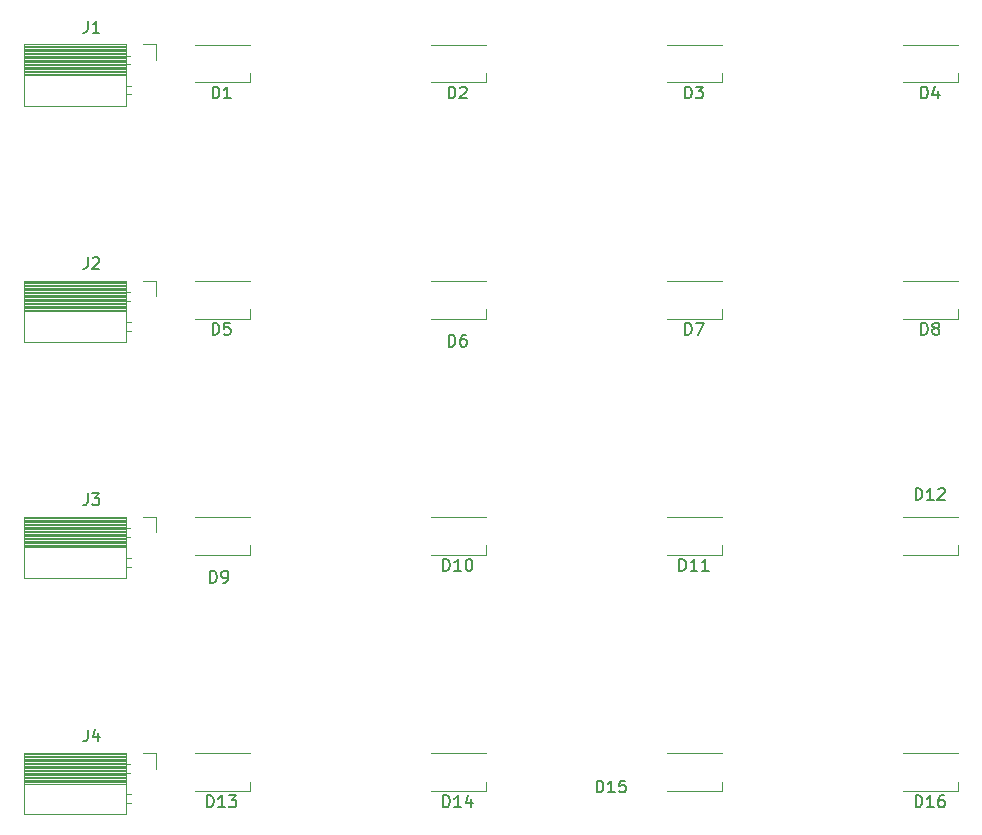
<source format=gbr>
%TF.GenerationSoftware,KiCad,Pcbnew,7.0.6*%
%TF.CreationDate,2023-11-20T17:26:12+00:00*%
%TF.ProjectId,green_led_pcb,67726565-6e5f-46c6-9564-5f7063622e6b,rev?*%
%TF.SameCoordinates,Original*%
%TF.FileFunction,Legend,Top*%
%TF.FilePolarity,Positive*%
%FSLAX46Y46*%
G04 Gerber Fmt 4.6, Leading zero omitted, Abs format (unit mm)*
G04 Created by KiCad (PCBNEW 7.0.6) date 2023-11-20 17:26:12*
%MOMM*%
%LPD*%
G01*
G04 APERTURE LIST*
%ADD10C,0.150000*%
%ADD11C,0.120000*%
%ADD12R,1.700000X1.700000*%
%ADD13O,1.700000X1.700000*%
%ADD14R,1.500000X2.600000*%
G04 APERTURE END LIST*
D10*
X-91313334Y-63384819D02*
X-91313334Y-64099104D01*
X-91313334Y-64099104D02*
X-91360953Y-64241961D01*
X-91360953Y-64241961D02*
X-91456191Y-64337200D01*
X-91456191Y-64337200D02*
X-91599048Y-64384819D01*
X-91599048Y-64384819D02*
X-91694286Y-64384819D01*
X-90408572Y-63718152D02*
X-90408572Y-64384819D01*
X-90646667Y-63337200D02*
X-90884762Y-64051485D01*
X-90884762Y-64051485D02*
X-90265715Y-64051485D01*
X-91313334Y-43384819D02*
X-91313334Y-44099104D01*
X-91313334Y-44099104D02*
X-91360953Y-44241961D01*
X-91360953Y-44241961D02*
X-91456191Y-44337200D01*
X-91456191Y-44337200D02*
X-91599048Y-44384819D01*
X-91599048Y-44384819D02*
X-91694286Y-44384819D01*
X-90932381Y-43384819D02*
X-90313334Y-43384819D01*
X-90313334Y-43384819D02*
X-90646667Y-43765771D01*
X-90646667Y-43765771D02*
X-90503810Y-43765771D01*
X-90503810Y-43765771D02*
X-90408572Y-43813390D01*
X-90408572Y-43813390D02*
X-90360953Y-43861009D01*
X-90360953Y-43861009D02*
X-90313334Y-43956247D01*
X-90313334Y-43956247D02*
X-90313334Y-44194342D01*
X-90313334Y-44194342D02*
X-90360953Y-44289580D01*
X-90360953Y-44289580D02*
X-90408572Y-44337200D01*
X-90408572Y-44337200D02*
X-90503810Y-44384819D01*
X-90503810Y-44384819D02*
X-90789524Y-44384819D01*
X-90789524Y-44384819D02*
X-90884762Y-44337200D01*
X-90884762Y-44337200D02*
X-90932381Y-44289580D01*
X-91313334Y-23384819D02*
X-91313334Y-24099104D01*
X-91313334Y-24099104D02*
X-91360953Y-24241961D01*
X-91360953Y-24241961D02*
X-91456191Y-24337200D01*
X-91456191Y-24337200D02*
X-91599048Y-24384819D01*
X-91599048Y-24384819D02*
X-91694286Y-24384819D01*
X-90884762Y-23480057D02*
X-90837143Y-23432438D01*
X-90837143Y-23432438D02*
X-90741905Y-23384819D01*
X-90741905Y-23384819D02*
X-90503810Y-23384819D01*
X-90503810Y-23384819D02*
X-90408572Y-23432438D01*
X-90408572Y-23432438D02*
X-90360953Y-23480057D01*
X-90360953Y-23480057D02*
X-90313334Y-23575295D01*
X-90313334Y-23575295D02*
X-90313334Y-23670533D01*
X-90313334Y-23670533D02*
X-90360953Y-23813390D01*
X-90360953Y-23813390D02*
X-90932381Y-24384819D01*
X-90932381Y-24384819D02*
X-90313334Y-24384819D01*
X-21214286Y-69954819D02*
X-21214286Y-68954819D01*
X-21214286Y-68954819D02*
X-20976191Y-68954819D01*
X-20976191Y-68954819D02*
X-20833334Y-69002438D01*
X-20833334Y-69002438D02*
X-20738096Y-69097676D01*
X-20738096Y-69097676D02*
X-20690477Y-69192914D01*
X-20690477Y-69192914D02*
X-20642858Y-69383390D01*
X-20642858Y-69383390D02*
X-20642858Y-69526247D01*
X-20642858Y-69526247D02*
X-20690477Y-69716723D01*
X-20690477Y-69716723D02*
X-20738096Y-69811961D01*
X-20738096Y-69811961D02*
X-20833334Y-69907200D01*
X-20833334Y-69907200D02*
X-20976191Y-69954819D01*
X-20976191Y-69954819D02*
X-21214286Y-69954819D01*
X-19690477Y-69954819D02*
X-20261905Y-69954819D01*
X-19976191Y-69954819D02*
X-19976191Y-68954819D01*
X-19976191Y-68954819D02*
X-20071429Y-69097676D01*
X-20071429Y-69097676D02*
X-20166667Y-69192914D01*
X-20166667Y-69192914D02*
X-20261905Y-69240533D01*
X-18833334Y-68954819D02*
X-19023810Y-68954819D01*
X-19023810Y-68954819D02*
X-19119048Y-69002438D01*
X-19119048Y-69002438D02*
X-19166667Y-69050057D01*
X-19166667Y-69050057D02*
X-19261905Y-69192914D01*
X-19261905Y-69192914D02*
X-19309524Y-69383390D01*
X-19309524Y-69383390D02*
X-19309524Y-69764342D01*
X-19309524Y-69764342D02*
X-19261905Y-69859580D01*
X-19261905Y-69859580D02*
X-19214286Y-69907200D01*
X-19214286Y-69907200D02*
X-19119048Y-69954819D01*
X-19119048Y-69954819D02*
X-18928572Y-69954819D01*
X-18928572Y-69954819D02*
X-18833334Y-69907200D01*
X-18833334Y-69907200D02*
X-18785715Y-69859580D01*
X-18785715Y-69859580D02*
X-18738096Y-69764342D01*
X-18738096Y-69764342D02*
X-18738096Y-69526247D01*
X-18738096Y-69526247D02*
X-18785715Y-69431009D01*
X-18785715Y-69431009D02*
X-18833334Y-69383390D01*
X-18833334Y-69383390D02*
X-18928572Y-69335771D01*
X-18928572Y-69335771D02*
X-19119048Y-69335771D01*
X-19119048Y-69335771D02*
X-19214286Y-69383390D01*
X-19214286Y-69383390D02*
X-19261905Y-69431009D01*
X-19261905Y-69431009D02*
X-19309524Y-69526247D01*
X-48214286Y-68704819D02*
X-48214286Y-67704819D01*
X-48214286Y-67704819D02*
X-47976191Y-67704819D01*
X-47976191Y-67704819D02*
X-47833334Y-67752438D01*
X-47833334Y-67752438D02*
X-47738096Y-67847676D01*
X-47738096Y-67847676D02*
X-47690477Y-67942914D01*
X-47690477Y-67942914D02*
X-47642858Y-68133390D01*
X-47642858Y-68133390D02*
X-47642858Y-68276247D01*
X-47642858Y-68276247D02*
X-47690477Y-68466723D01*
X-47690477Y-68466723D02*
X-47738096Y-68561961D01*
X-47738096Y-68561961D02*
X-47833334Y-68657200D01*
X-47833334Y-68657200D02*
X-47976191Y-68704819D01*
X-47976191Y-68704819D02*
X-48214286Y-68704819D01*
X-46690477Y-68704819D02*
X-47261905Y-68704819D01*
X-46976191Y-68704819D02*
X-46976191Y-67704819D01*
X-46976191Y-67704819D02*
X-47071429Y-67847676D01*
X-47071429Y-67847676D02*
X-47166667Y-67942914D01*
X-47166667Y-67942914D02*
X-47261905Y-67990533D01*
X-45785715Y-67704819D02*
X-46261905Y-67704819D01*
X-46261905Y-67704819D02*
X-46309524Y-68181009D01*
X-46309524Y-68181009D02*
X-46261905Y-68133390D01*
X-46261905Y-68133390D02*
X-46166667Y-68085771D01*
X-46166667Y-68085771D02*
X-45928572Y-68085771D01*
X-45928572Y-68085771D02*
X-45833334Y-68133390D01*
X-45833334Y-68133390D02*
X-45785715Y-68181009D01*
X-45785715Y-68181009D02*
X-45738096Y-68276247D01*
X-45738096Y-68276247D02*
X-45738096Y-68514342D01*
X-45738096Y-68514342D02*
X-45785715Y-68609580D01*
X-45785715Y-68609580D02*
X-45833334Y-68657200D01*
X-45833334Y-68657200D02*
X-45928572Y-68704819D01*
X-45928572Y-68704819D02*
X-46166667Y-68704819D01*
X-46166667Y-68704819D02*
X-46261905Y-68657200D01*
X-46261905Y-68657200D02*
X-46309524Y-68609580D01*
X-61214286Y-69954819D02*
X-61214286Y-68954819D01*
X-61214286Y-68954819D02*
X-60976191Y-68954819D01*
X-60976191Y-68954819D02*
X-60833334Y-69002438D01*
X-60833334Y-69002438D02*
X-60738096Y-69097676D01*
X-60738096Y-69097676D02*
X-60690477Y-69192914D01*
X-60690477Y-69192914D02*
X-60642858Y-69383390D01*
X-60642858Y-69383390D02*
X-60642858Y-69526247D01*
X-60642858Y-69526247D02*
X-60690477Y-69716723D01*
X-60690477Y-69716723D02*
X-60738096Y-69811961D01*
X-60738096Y-69811961D02*
X-60833334Y-69907200D01*
X-60833334Y-69907200D02*
X-60976191Y-69954819D01*
X-60976191Y-69954819D02*
X-61214286Y-69954819D01*
X-59690477Y-69954819D02*
X-60261905Y-69954819D01*
X-59976191Y-69954819D02*
X-59976191Y-68954819D01*
X-59976191Y-68954819D02*
X-60071429Y-69097676D01*
X-60071429Y-69097676D02*
X-60166667Y-69192914D01*
X-60166667Y-69192914D02*
X-60261905Y-69240533D01*
X-58833334Y-69288152D02*
X-58833334Y-69954819D01*
X-59071429Y-68907200D02*
X-59309524Y-69621485D01*
X-59309524Y-69621485D02*
X-58690477Y-69621485D01*
X-81214286Y-69954819D02*
X-81214286Y-68954819D01*
X-81214286Y-68954819D02*
X-80976191Y-68954819D01*
X-80976191Y-68954819D02*
X-80833334Y-69002438D01*
X-80833334Y-69002438D02*
X-80738096Y-69097676D01*
X-80738096Y-69097676D02*
X-80690477Y-69192914D01*
X-80690477Y-69192914D02*
X-80642858Y-69383390D01*
X-80642858Y-69383390D02*
X-80642858Y-69526247D01*
X-80642858Y-69526247D02*
X-80690477Y-69716723D01*
X-80690477Y-69716723D02*
X-80738096Y-69811961D01*
X-80738096Y-69811961D02*
X-80833334Y-69907200D01*
X-80833334Y-69907200D02*
X-80976191Y-69954819D01*
X-80976191Y-69954819D02*
X-81214286Y-69954819D01*
X-79690477Y-69954819D02*
X-80261905Y-69954819D01*
X-79976191Y-69954819D02*
X-79976191Y-68954819D01*
X-79976191Y-68954819D02*
X-80071429Y-69097676D01*
X-80071429Y-69097676D02*
X-80166667Y-69192914D01*
X-80166667Y-69192914D02*
X-80261905Y-69240533D01*
X-79357143Y-68954819D02*
X-78738096Y-68954819D01*
X-78738096Y-68954819D02*
X-79071429Y-69335771D01*
X-79071429Y-69335771D02*
X-78928572Y-69335771D01*
X-78928572Y-69335771D02*
X-78833334Y-69383390D01*
X-78833334Y-69383390D02*
X-78785715Y-69431009D01*
X-78785715Y-69431009D02*
X-78738096Y-69526247D01*
X-78738096Y-69526247D02*
X-78738096Y-69764342D01*
X-78738096Y-69764342D02*
X-78785715Y-69859580D01*
X-78785715Y-69859580D02*
X-78833334Y-69907200D01*
X-78833334Y-69907200D02*
X-78928572Y-69954819D01*
X-78928572Y-69954819D02*
X-79214286Y-69954819D01*
X-79214286Y-69954819D02*
X-79309524Y-69907200D01*
X-79309524Y-69907200D02*
X-79357143Y-69859580D01*
X-21214286Y-43954819D02*
X-21214286Y-42954819D01*
X-21214286Y-42954819D02*
X-20976191Y-42954819D01*
X-20976191Y-42954819D02*
X-20833334Y-43002438D01*
X-20833334Y-43002438D02*
X-20738096Y-43097676D01*
X-20738096Y-43097676D02*
X-20690477Y-43192914D01*
X-20690477Y-43192914D02*
X-20642858Y-43383390D01*
X-20642858Y-43383390D02*
X-20642858Y-43526247D01*
X-20642858Y-43526247D02*
X-20690477Y-43716723D01*
X-20690477Y-43716723D02*
X-20738096Y-43811961D01*
X-20738096Y-43811961D02*
X-20833334Y-43907200D01*
X-20833334Y-43907200D02*
X-20976191Y-43954819D01*
X-20976191Y-43954819D02*
X-21214286Y-43954819D01*
X-19690477Y-43954819D02*
X-20261905Y-43954819D01*
X-19976191Y-43954819D02*
X-19976191Y-42954819D01*
X-19976191Y-42954819D02*
X-20071429Y-43097676D01*
X-20071429Y-43097676D02*
X-20166667Y-43192914D01*
X-20166667Y-43192914D02*
X-20261905Y-43240533D01*
X-19309524Y-43050057D02*
X-19261905Y-43002438D01*
X-19261905Y-43002438D02*
X-19166667Y-42954819D01*
X-19166667Y-42954819D02*
X-18928572Y-42954819D01*
X-18928572Y-42954819D02*
X-18833334Y-43002438D01*
X-18833334Y-43002438D02*
X-18785715Y-43050057D01*
X-18785715Y-43050057D02*
X-18738096Y-43145295D01*
X-18738096Y-43145295D02*
X-18738096Y-43240533D01*
X-18738096Y-43240533D02*
X-18785715Y-43383390D01*
X-18785715Y-43383390D02*
X-19357143Y-43954819D01*
X-19357143Y-43954819D02*
X-18738096Y-43954819D01*
X-41214286Y-49954819D02*
X-41214286Y-48954819D01*
X-41214286Y-48954819D02*
X-40976191Y-48954819D01*
X-40976191Y-48954819D02*
X-40833334Y-49002438D01*
X-40833334Y-49002438D02*
X-40738096Y-49097676D01*
X-40738096Y-49097676D02*
X-40690477Y-49192914D01*
X-40690477Y-49192914D02*
X-40642858Y-49383390D01*
X-40642858Y-49383390D02*
X-40642858Y-49526247D01*
X-40642858Y-49526247D02*
X-40690477Y-49716723D01*
X-40690477Y-49716723D02*
X-40738096Y-49811961D01*
X-40738096Y-49811961D02*
X-40833334Y-49907200D01*
X-40833334Y-49907200D02*
X-40976191Y-49954819D01*
X-40976191Y-49954819D02*
X-41214286Y-49954819D01*
X-39690477Y-49954819D02*
X-40261905Y-49954819D01*
X-39976191Y-49954819D02*
X-39976191Y-48954819D01*
X-39976191Y-48954819D02*
X-40071429Y-49097676D01*
X-40071429Y-49097676D02*
X-40166667Y-49192914D01*
X-40166667Y-49192914D02*
X-40261905Y-49240533D01*
X-38738096Y-49954819D02*
X-39309524Y-49954819D01*
X-39023810Y-49954819D02*
X-39023810Y-48954819D01*
X-39023810Y-48954819D02*
X-39119048Y-49097676D01*
X-39119048Y-49097676D02*
X-39214286Y-49192914D01*
X-39214286Y-49192914D02*
X-39309524Y-49240533D01*
X-61214286Y-49954819D02*
X-61214286Y-48954819D01*
X-61214286Y-48954819D02*
X-60976191Y-48954819D01*
X-60976191Y-48954819D02*
X-60833334Y-49002438D01*
X-60833334Y-49002438D02*
X-60738096Y-49097676D01*
X-60738096Y-49097676D02*
X-60690477Y-49192914D01*
X-60690477Y-49192914D02*
X-60642858Y-49383390D01*
X-60642858Y-49383390D02*
X-60642858Y-49526247D01*
X-60642858Y-49526247D02*
X-60690477Y-49716723D01*
X-60690477Y-49716723D02*
X-60738096Y-49811961D01*
X-60738096Y-49811961D02*
X-60833334Y-49907200D01*
X-60833334Y-49907200D02*
X-60976191Y-49954819D01*
X-60976191Y-49954819D02*
X-61214286Y-49954819D01*
X-59690477Y-49954819D02*
X-60261905Y-49954819D01*
X-59976191Y-49954819D02*
X-59976191Y-48954819D01*
X-59976191Y-48954819D02*
X-60071429Y-49097676D01*
X-60071429Y-49097676D02*
X-60166667Y-49192914D01*
X-60166667Y-49192914D02*
X-60261905Y-49240533D01*
X-59071429Y-48954819D02*
X-58976191Y-48954819D01*
X-58976191Y-48954819D02*
X-58880953Y-49002438D01*
X-58880953Y-49002438D02*
X-58833334Y-49050057D01*
X-58833334Y-49050057D02*
X-58785715Y-49145295D01*
X-58785715Y-49145295D02*
X-58738096Y-49335771D01*
X-58738096Y-49335771D02*
X-58738096Y-49573866D01*
X-58738096Y-49573866D02*
X-58785715Y-49764342D01*
X-58785715Y-49764342D02*
X-58833334Y-49859580D01*
X-58833334Y-49859580D02*
X-58880953Y-49907200D01*
X-58880953Y-49907200D02*
X-58976191Y-49954819D01*
X-58976191Y-49954819D02*
X-59071429Y-49954819D01*
X-59071429Y-49954819D02*
X-59166667Y-49907200D01*
X-59166667Y-49907200D02*
X-59214286Y-49859580D01*
X-59214286Y-49859580D02*
X-59261905Y-49764342D01*
X-59261905Y-49764342D02*
X-59309524Y-49573866D01*
X-59309524Y-49573866D02*
X-59309524Y-49335771D01*
X-59309524Y-49335771D02*
X-59261905Y-49145295D01*
X-59261905Y-49145295D02*
X-59214286Y-49050057D01*
X-59214286Y-49050057D02*
X-59166667Y-49002438D01*
X-59166667Y-49002438D02*
X-59071429Y-48954819D01*
X-80938095Y-50954819D02*
X-80938095Y-49954819D01*
X-80938095Y-49954819D02*
X-80700000Y-49954819D01*
X-80700000Y-49954819D02*
X-80557143Y-50002438D01*
X-80557143Y-50002438D02*
X-80461905Y-50097676D01*
X-80461905Y-50097676D02*
X-80414286Y-50192914D01*
X-80414286Y-50192914D02*
X-80366667Y-50383390D01*
X-80366667Y-50383390D02*
X-80366667Y-50526247D01*
X-80366667Y-50526247D02*
X-80414286Y-50716723D01*
X-80414286Y-50716723D02*
X-80461905Y-50811961D01*
X-80461905Y-50811961D02*
X-80557143Y-50907200D01*
X-80557143Y-50907200D02*
X-80700000Y-50954819D01*
X-80700000Y-50954819D02*
X-80938095Y-50954819D01*
X-79890476Y-50954819D02*
X-79700000Y-50954819D01*
X-79700000Y-50954819D02*
X-79604762Y-50907200D01*
X-79604762Y-50907200D02*
X-79557143Y-50859580D01*
X-79557143Y-50859580D02*
X-79461905Y-50716723D01*
X-79461905Y-50716723D02*
X-79414286Y-50526247D01*
X-79414286Y-50526247D02*
X-79414286Y-50145295D01*
X-79414286Y-50145295D02*
X-79461905Y-50050057D01*
X-79461905Y-50050057D02*
X-79509524Y-50002438D01*
X-79509524Y-50002438D02*
X-79604762Y-49954819D01*
X-79604762Y-49954819D02*
X-79795238Y-49954819D01*
X-79795238Y-49954819D02*
X-79890476Y-50002438D01*
X-79890476Y-50002438D02*
X-79938095Y-50050057D01*
X-79938095Y-50050057D02*
X-79985714Y-50145295D01*
X-79985714Y-50145295D02*
X-79985714Y-50383390D01*
X-79985714Y-50383390D02*
X-79938095Y-50478628D01*
X-79938095Y-50478628D02*
X-79890476Y-50526247D01*
X-79890476Y-50526247D02*
X-79795238Y-50573866D01*
X-79795238Y-50573866D02*
X-79604762Y-50573866D01*
X-79604762Y-50573866D02*
X-79509524Y-50526247D01*
X-79509524Y-50526247D02*
X-79461905Y-50478628D01*
X-79461905Y-50478628D02*
X-79414286Y-50383390D01*
X-20738095Y-29954819D02*
X-20738095Y-28954819D01*
X-20738095Y-28954819D02*
X-20500000Y-28954819D01*
X-20500000Y-28954819D02*
X-20357143Y-29002438D01*
X-20357143Y-29002438D02*
X-20261905Y-29097676D01*
X-20261905Y-29097676D02*
X-20214286Y-29192914D01*
X-20214286Y-29192914D02*
X-20166667Y-29383390D01*
X-20166667Y-29383390D02*
X-20166667Y-29526247D01*
X-20166667Y-29526247D02*
X-20214286Y-29716723D01*
X-20214286Y-29716723D02*
X-20261905Y-29811961D01*
X-20261905Y-29811961D02*
X-20357143Y-29907200D01*
X-20357143Y-29907200D02*
X-20500000Y-29954819D01*
X-20500000Y-29954819D02*
X-20738095Y-29954819D01*
X-19595238Y-29383390D02*
X-19690476Y-29335771D01*
X-19690476Y-29335771D02*
X-19738095Y-29288152D01*
X-19738095Y-29288152D02*
X-19785714Y-29192914D01*
X-19785714Y-29192914D02*
X-19785714Y-29145295D01*
X-19785714Y-29145295D02*
X-19738095Y-29050057D01*
X-19738095Y-29050057D02*
X-19690476Y-29002438D01*
X-19690476Y-29002438D02*
X-19595238Y-28954819D01*
X-19595238Y-28954819D02*
X-19404762Y-28954819D01*
X-19404762Y-28954819D02*
X-19309524Y-29002438D01*
X-19309524Y-29002438D02*
X-19261905Y-29050057D01*
X-19261905Y-29050057D02*
X-19214286Y-29145295D01*
X-19214286Y-29145295D02*
X-19214286Y-29192914D01*
X-19214286Y-29192914D02*
X-19261905Y-29288152D01*
X-19261905Y-29288152D02*
X-19309524Y-29335771D01*
X-19309524Y-29335771D02*
X-19404762Y-29383390D01*
X-19404762Y-29383390D02*
X-19595238Y-29383390D01*
X-19595238Y-29383390D02*
X-19690476Y-29431009D01*
X-19690476Y-29431009D02*
X-19738095Y-29478628D01*
X-19738095Y-29478628D02*
X-19785714Y-29573866D01*
X-19785714Y-29573866D02*
X-19785714Y-29764342D01*
X-19785714Y-29764342D02*
X-19738095Y-29859580D01*
X-19738095Y-29859580D02*
X-19690476Y-29907200D01*
X-19690476Y-29907200D02*
X-19595238Y-29954819D01*
X-19595238Y-29954819D02*
X-19404762Y-29954819D01*
X-19404762Y-29954819D02*
X-19309524Y-29907200D01*
X-19309524Y-29907200D02*
X-19261905Y-29859580D01*
X-19261905Y-29859580D02*
X-19214286Y-29764342D01*
X-19214286Y-29764342D02*
X-19214286Y-29573866D01*
X-19214286Y-29573866D02*
X-19261905Y-29478628D01*
X-19261905Y-29478628D02*
X-19309524Y-29431009D01*
X-19309524Y-29431009D02*
X-19404762Y-29383390D01*
X-40738095Y-29954819D02*
X-40738095Y-28954819D01*
X-40738095Y-28954819D02*
X-40500000Y-28954819D01*
X-40500000Y-28954819D02*
X-40357143Y-29002438D01*
X-40357143Y-29002438D02*
X-40261905Y-29097676D01*
X-40261905Y-29097676D02*
X-40214286Y-29192914D01*
X-40214286Y-29192914D02*
X-40166667Y-29383390D01*
X-40166667Y-29383390D02*
X-40166667Y-29526247D01*
X-40166667Y-29526247D02*
X-40214286Y-29716723D01*
X-40214286Y-29716723D02*
X-40261905Y-29811961D01*
X-40261905Y-29811961D02*
X-40357143Y-29907200D01*
X-40357143Y-29907200D02*
X-40500000Y-29954819D01*
X-40500000Y-29954819D02*
X-40738095Y-29954819D01*
X-39833333Y-28954819D02*
X-39166667Y-28954819D01*
X-39166667Y-28954819D02*
X-39595238Y-29954819D01*
X-60738095Y-30954819D02*
X-60738095Y-29954819D01*
X-60738095Y-29954819D02*
X-60500000Y-29954819D01*
X-60500000Y-29954819D02*
X-60357143Y-30002438D01*
X-60357143Y-30002438D02*
X-60261905Y-30097676D01*
X-60261905Y-30097676D02*
X-60214286Y-30192914D01*
X-60214286Y-30192914D02*
X-60166667Y-30383390D01*
X-60166667Y-30383390D02*
X-60166667Y-30526247D01*
X-60166667Y-30526247D02*
X-60214286Y-30716723D01*
X-60214286Y-30716723D02*
X-60261905Y-30811961D01*
X-60261905Y-30811961D02*
X-60357143Y-30907200D01*
X-60357143Y-30907200D02*
X-60500000Y-30954819D01*
X-60500000Y-30954819D02*
X-60738095Y-30954819D01*
X-59309524Y-29954819D02*
X-59500000Y-29954819D01*
X-59500000Y-29954819D02*
X-59595238Y-30002438D01*
X-59595238Y-30002438D02*
X-59642857Y-30050057D01*
X-59642857Y-30050057D02*
X-59738095Y-30192914D01*
X-59738095Y-30192914D02*
X-59785714Y-30383390D01*
X-59785714Y-30383390D02*
X-59785714Y-30764342D01*
X-59785714Y-30764342D02*
X-59738095Y-30859580D01*
X-59738095Y-30859580D02*
X-59690476Y-30907200D01*
X-59690476Y-30907200D02*
X-59595238Y-30954819D01*
X-59595238Y-30954819D02*
X-59404762Y-30954819D01*
X-59404762Y-30954819D02*
X-59309524Y-30907200D01*
X-59309524Y-30907200D02*
X-59261905Y-30859580D01*
X-59261905Y-30859580D02*
X-59214286Y-30764342D01*
X-59214286Y-30764342D02*
X-59214286Y-30526247D01*
X-59214286Y-30526247D02*
X-59261905Y-30431009D01*
X-59261905Y-30431009D02*
X-59309524Y-30383390D01*
X-59309524Y-30383390D02*
X-59404762Y-30335771D01*
X-59404762Y-30335771D02*
X-59595238Y-30335771D01*
X-59595238Y-30335771D02*
X-59690476Y-30383390D01*
X-59690476Y-30383390D02*
X-59738095Y-30431009D01*
X-59738095Y-30431009D02*
X-59785714Y-30526247D01*
X-80738095Y-29954819D02*
X-80738095Y-28954819D01*
X-80738095Y-28954819D02*
X-80500000Y-28954819D01*
X-80500000Y-28954819D02*
X-80357143Y-29002438D01*
X-80357143Y-29002438D02*
X-80261905Y-29097676D01*
X-80261905Y-29097676D02*
X-80214286Y-29192914D01*
X-80214286Y-29192914D02*
X-80166667Y-29383390D01*
X-80166667Y-29383390D02*
X-80166667Y-29526247D01*
X-80166667Y-29526247D02*
X-80214286Y-29716723D01*
X-80214286Y-29716723D02*
X-80261905Y-29811961D01*
X-80261905Y-29811961D02*
X-80357143Y-29907200D01*
X-80357143Y-29907200D02*
X-80500000Y-29954819D01*
X-80500000Y-29954819D02*
X-80738095Y-29954819D01*
X-79261905Y-28954819D02*
X-79738095Y-28954819D01*
X-79738095Y-28954819D02*
X-79785714Y-29431009D01*
X-79785714Y-29431009D02*
X-79738095Y-29383390D01*
X-79738095Y-29383390D02*
X-79642857Y-29335771D01*
X-79642857Y-29335771D02*
X-79404762Y-29335771D01*
X-79404762Y-29335771D02*
X-79309524Y-29383390D01*
X-79309524Y-29383390D02*
X-79261905Y-29431009D01*
X-79261905Y-29431009D02*
X-79214286Y-29526247D01*
X-79214286Y-29526247D02*
X-79214286Y-29764342D01*
X-79214286Y-29764342D02*
X-79261905Y-29859580D01*
X-79261905Y-29859580D02*
X-79309524Y-29907200D01*
X-79309524Y-29907200D02*
X-79404762Y-29954819D01*
X-79404762Y-29954819D02*
X-79642857Y-29954819D01*
X-79642857Y-29954819D02*
X-79738095Y-29907200D01*
X-79738095Y-29907200D02*
X-79785714Y-29859580D01*
X-91313334Y-3384819D02*
X-91313334Y-4099104D01*
X-91313334Y-4099104D02*
X-91360953Y-4241961D01*
X-91360953Y-4241961D02*
X-91456191Y-4337200D01*
X-91456191Y-4337200D02*
X-91599048Y-4384819D01*
X-91599048Y-4384819D02*
X-91694286Y-4384819D01*
X-90313334Y-4384819D02*
X-90884762Y-4384819D01*
X-90599048Y-4384819D02*
X-90599048Y-3384819D01*
X-90599048Y-3384819D02*
X-90694286Y-3527676D01*
X-90694286Y-3527676D02*
X-90789524Y-3622914D01*
X-90789524Y-3622914D02*
X-90884762Y-3670533D01*
X-20738095Y-9954819D02*
X-20738095Y-8954819D01*
X-20738095Y-8954819D02*
X-20500000Y-8954819D01*
X-20500000Y-8954819D02*
X-20357143Y-9002438D01*
X-20357143Y-9002438D02*
X-20261905Y-9097676D01*
X-20261905Y-9097676D02*
X-20214286Y-9192914D01*
X-20214286Y-9192914D02*
X-20166667Y-9383390D01*
X-20166667Y-9383390D02*
X-20166667Y-9526247D01*
X-20166667Y-9526247D02*
X-20214286Y-9716723D01*
X-20214286Y-9716723D02*
X-20261905Y-9811961D01*
X-20261905Y-9811961D02*
X-20357143Y-9907200D01*
X-20357143Y-9907200D02*
X-20500000Y-9954819D01*
X-20500000Y-9954819D02*
X-20738095Y-9954819D01*
X-19309524Y-9288152D02*
X-19309524Y-9954819D01*
X-19547619Y-8907200D02*
X-19785714Y-9621485D01*
X-19785714Y-9621485D02*
X-19166667Y-9621485D01*
X-40738095Y-9954819D02*
X-40738095Y-8954819D01*
X-40738095Y-8954819D02*
X-40500000Y-8954819D01*
X-40500000Y-8954819D02*
X-40357143Y-9002438D01*
X-40357143Y-9002438D02*
X-40261905Y-9097676D01*
X-40261905Y-9097676D02*
X-40214286Y-9192914D01*
X-40214286Y-9192914D02*
X-40166667Y-9383390D01*
X-40166667Y-9383390D02*
X-40166667Y-9526247D01*
X-40166667Y-9526247D02*
X-40214286Y-9716723D01*
X-40214286Y-9716723D02*
X-40261905Y-9811961D01*
X-40261905Y-9811961D02*
X-40357143Y-9907200D01*
X-40357143Y-9907200D02*
X-40500000Y-9954819D01*
X-40500000Y-9954819D02*
X-40738095Y-9954819D01*
X-39833333Y-8954819D02*
X-39214286Y-8954819D01*
X-39214286Y-8954819D02*
X-39547619Y-9335771D01*
X-39547619Y-9335771D02*
X-39404762Y-9335771D01*
X-39404762Y-9335771D02*
X-39309524Y-9383390D01*
X-39309524Y-9383390D02*
X-39261905Y-9431009D01*
X-39261905Y-9431009D02*
X-39214286Y-9526247D01*
X-39214286Y-9526247D02*
X-39214286Y-9764342D01*
X-39214286Y-9764342D02*
X-39261905Y-9859580D01*
X-39261905Y-9859580D02*
X-39309524Y-9907200D01*
X-39309524Y-9907200D02*
X-39404762Y-9954819D01*
X-39404762Y-9954819D02*
X-39690476Y-9954819D01*
X-39690476Y-9954819D02*
X-39785714Y-9907200D01*
X-39785714Y-9907200D02*
X-39833333Y-9859580D01*
X-60738095Y-9954819D02*
X-60738095Y-8954819D01*
X-60738095Y-8954819D02*
X-60500000Y-8954819D01*
X-60500000Y-8954819D02*
X-60357143Y-9002438D01*
X-60357143Y-9002438D02*
X-60261905Y-9097676D01*
X-60261905Y-9097676D02*
X-60214286Y-9192914D01*
X-60214286Y-9192914D02*
X-60166667Y-9383390D01*
X-60166667Y-9383390D02*
X-60166667Y-9526247D01*
X-60166667Y-9526247D02*
X-60214286Y-9716723D01*
X-60214286Y-9716723D02*
X-60261905Y-9811961D01*
X-60261905Y-9811961D02*
X-60357143Y-9907200D01*
X-60357143Y-9907200D02*
X-60500000Y-9954819D01*
X-60500000Y-9954819D02*
X-60738095Y-9954819D01*
X-59785714Y-9050057D02*
X-59738095Y-9002438D01*
X-59738095Y-9002438D02*
X-59642857Y-8954819D01*
X-59642857Y-8954819D02*
X-59404762Y-8954819D01*
X-59404762Y-8954819D02*
X-59309524Y-9002438D01*
X-59309524Y-9002438D02*
X-59261905Y-9050057D01*
X-59261905Y-9050057D02*
X-59214286Y-9145295D01*
X-59214286Y-9145295D02*
X-59214286Y-9240533D01*
X-59214286Y-9240533D02*
X-59261905Y-9383390D01*
X-59261905Y-9383390D02*
X-59833333Y-9954819D01*
X-59833333Y-9954819D02*
X-59214286Y-9954819D01*
X-80738095Y-9954819D02*
X-80738095Y-8954819D01*
X-80738095Y-8954819D02*
X-80500000Y-8954819D01*
X-80500000Y-8954819D02*
X-80357143Y-9002438D01*
X-80357143Y-9002438D02*
X-80261905Y-9097676D01*
X-80261905Y-9097676D02*
X-80214286Y-9192914D01*
X-80214286Y-9192914D02*
X-80166667Y-9383390D01*
X-80166667Y-9383390D02*
X-80166667Y-9526247D01*
X-80166667Y-9526247D02*
X-80214286Y-9716723D01*
X-80214286Y-9716723D02*
X-80261905Y-9811961D01*
X-80261905Y-9811961D02*
X-80357143Y-9907200D01*
X-80357143Y-9907200D02*
X-80500000Y-9954819D01*
X-80500000Y-9954819D02*
X-80738095Y-9954819D01*
X-79214286Y-9954819D02*
X-79785714Y-9954819D01*
X-79500000Y-9954819D02*
X-79500000Y-8954819D01*
X-79500000Y-8954819D02*
X-79595238Y-9097676D01*
X-79595238Y-9097676D02*
X-79690476Y-9192914D01*
X-79690476Y-9192914D02*
X-79785714Y-9240533D01*
D11*
%TO.C,J4*%
X-96690000Y-65370000D02*
X-88060000Y-65370000D01*
X-96690000Y-67851900D02*
X-88060000Y-67851900D01*
X-96690000Y-65608095D02*
X-88060000Y-65608095D01*
X-88060000Y-65370000D02*
X-88060000Y-70570000D01*
X-88060000Y-69600000D02*
X-87650000Y-69600000D01*
X-96690000Y-66789045D02*
X-88060000Y-66789045D01*
X-96690000Y-67143330D02*
X-88060000Y-67143330D01*
X-96690000Y-66907140D02*
X-88060000Y-66907140D01*
X-96690000Y-65844285D02*
X-88060000Y-65844285D01*
X-96690000Y-70570000D02*
X-88060000Y-70570000D01*
X-96690000Y-66670950D02*
X-88060000Y-66670950D01*
X-96690000Y-67615710D02*
X-88060000Y-67615710D01*
X-96690000Y-65370000D02*
X-96690000Y-70570000D01*
X-96690000Y-65962380D02*
X-88060000Y-65962380D01*
X-96690000Y-67025235D02*
X-88060000Y-67025235D01*
X-86600000Y-65370000D02*
X-85490000Y-65370000D01*
X-96690000Y-66316665D02*
X-88060000Y-66316665D01*
X-96690000Y-67970000D02*
X-88060000Y-67970000D01*
X-88060000Y-68880000D02*
X-87650000Y-68880000D01*
X-96690000Y-67261425D02*
X-88060000Y-67261425D01*
X-85490000Y-65370000D02*
X-85490000Y-66700000D01*
X-96690000Y-67379520D02*
X-88060000Y-67379520D01*
X-96690000Y-67497615D02*
X-88060000Y-67497615D01*
X-96690000Y-66080475D02*
X-88060000Y-66080475D01*
X-96690000Y-66434760D02*
X-88060000Y-66434760D01*
X-96690000Y-66552855D02*
X-88060000Y-66552855D01*
X-88060000Y-67060000D02*
X-87710000Y-67060000D01*
X-88060000Y-66340000D02*
X-87710000Y-66340000D01*
X-96690000Y-66198570D02*
X-88060000Y-66198570D01*
X-96690000Y-65726190D02*
X-88060000Y-65726190D01*
X-96690000Y-67733805D02*
X-88060000Y-67733805D01*
X-96690000Y-65490000D02*
X-88060000Y-65490000D01*
%TO.C,J3*%
X-96690000Y-45490000D02*
X-88060000Y-45490000D01*
X-96690000Y-47733805D02*
X-88060000Y-47733805D01*
X-96690000Y-45726190D02*
X-88060000Y-45726190D01*
X-96690000Y-46198570D02*
X-88060000Y-46198570D01*
X-88060000Y-46340000D02*
X-87710000Y-46340000D01*
X-88060000Y-47060000D02*
X-87710000Y-47060000D01*
X-96690000Y-46552855D02*
X-88060000Y-46552855D01*
X-96690000Y-46434760D02*
X-88060000Y-46434760D01*
X-96690000Y-46080475D02*
X-88060000Y-46080475D01*
X-96690000Y-47497615D02*
X-88060000Y-47497615D01*
X-96690000Y-47379520D02*
X-88060000Y-47379520D01*
X-85490000Y-45370000D02*
X-85490000Y-46700000D01*
X-96690000Y-47261425D02*
X-88060000Y-47261425D01*
X-88060000Y-48880000D02*
X-87650000Y-48880000D01*
X-96690000Y-47970000D02*
X-88060000Y-47970000D01*
X-96690000Y-46316665D02*
X-88060000Y-46316665D01*
X-86600000Y-45370000D02*
X-85490000Y-45370000D01*
X-96690000Y-47025235D02*
X-88060000Y-47025235D01*
X-96690000Y-45962380D02*
X-88060000Y-45962380D01*
X-96690000Y-45370000D02*
X-96690000Y-50570000D01*
X-96690000Y-47615710D02*
X-88060000Y-47615710D01*
X-96690000Y-46670950D02*
X-88060000Y-46670950D01*
X-96690000Y-50570000D02*
X-88060000Y-50570000D01*
X-96690000Y-45844285D02*
X-88060000Y-45844285D01*
X-96690000Y-46907140D02*
X-88060000Y-46907140D01*
X-96690000Y-47143330D02*
X-88060000Y-47143330D01*
X-96690000Y-46789045D02*
X-88060000Y-46789045D01*
X-88060000Y-49600000D02*
X-87650000Y-49600000D01*
X-88060000Y-45370000D02*
X-88060000Y-50570000D01*
X-96690000Y-45608095D02*
X-88060000Y-45608095D01*
X-96690000Y-47851900D02*
X-88060000Y-47851900D01*
X-96690000Y-45370000D02*
X-88060000Y-45370000D01*
%TO.C,J2*%
X-96690000Y-25370000D02*
X-88060000Y-25370000D01*
X-96690000Y-27851900D02*
X-88060000Y-27851900D01*
X-96690000Y-25608095D02*
X-88060000Y-25608095D01*
X-88060000Y-25370000D02*
X-88060000Y-30570000D01*
X-88060000Y-29600000D02*
X-87650000Y-29600000D01*
X-96690000Y-26789045D02*
X-88060000Y-26789045D01*
X-96690000Y-27143330D02*
X-88060000Y-27143330D01*
X-96690000Y-26907140D02*
X-88060000Y-26907140D01*
X-96690000Y-25844285D02*
X-88060000Y-25844285D01*
X-96690000Y-30570000D02*
X-88060000Y-30570000D01*
X-96690000Y-26670950D02*
X-88060000Y-26670950D01*
X-96690000Y-27615710D02*
X-88060000Y-27615710D01*
X-96690000Y-25370000D02*
X-96690000Y-30570000D01*
X-96690000Y-25962380D02*
X-88060000Y-25962380D01*
X-96690000Y-27025235D02*
X-88060000Y-27025235D01*
X-86600000Y-25370000D02*
X-85490000Y-25370000D01*
X-96690000Y-26316665D02*
X-88060000Y-26316665D01*
X-96690000Y-27970000D02*
X-88060000Y-27970000D01*
X-88060000Y-28880000D02*
X-87650000Y-28880000D01*
X-96690000Y-27261425D02*
X-88060000Y-27261425D01*
X-85490000Y-25370000D02*
X-85490000Y-26700000D01*
X-96690000Y-27379520D02*
X-88060000Y-27379520D01*
X-96690000Y-27497615D02*
X-88060000Y-27497615D01*
X-96690000Y-26080475D02*
X-88060000Y-26080475D01*
X-96690000Y-26434760D02*
X-88060000Y-26434760D01*
X-96690000Y-26552855D02*
X-88060000Y-26552855D01*
X-88060000Y-27060000D02*
X-87710000Y-27060000D01*
X-88060000Y-26340000D02*
X-87710000Y-26340000D01*
X-96690000Y-26198570D02*
X-88060000Y-26198570D01*
X-96690000Y-25726190D02*
X-88060000Y-25726190D01*
X-96690000Y-27733805D02*
X-88060000Y-27733805D01*
X-96690000Y-25490000D02*
X-88060000Y-25490000D01*
%TO.C,D16*%
X-22250000Y-68600000D02*
X-17600000Y-68600000D01*
X-22250000Y-65400000D02*
X-17600000Y-65400000D01*
X-17600000Y-68600000D02*
X-17600000Y-67800000D01*
%TO.C,D15*%
X-42250000Y-68600000D02*
X-37600000Y-68600000D01*
X-42250000Y-65400000D02*
X-37600000Y-65400000D01*
X-37600000Y-68600000D02*
X-37600000Y-67800000D01*
%TO.C,D14*%
X-57600000Y-68600000D02*
X-57600000Y-67800000D01*
X-62250000Y-65400000D02*
X-57600000Y-65400000D01*
X-62250000Y-68600000D02*
X-57600000Y-68600000D01*
%TO.C,D13*%
X-82250000Y-68600000D02*
X-77600000Y-68600000D01*
X-82250000Y-65400000D02*
X-77600000Y-65400000D01*
X-77600000Y-68600000D02*
X-77600000Y-67800000D01*
%TO.C,D12*%
X-22250000Y-48600000D02*
X-17600000Y-48600000D01*
X-22250000Y-45400000D02*
X-17600000Y-45400000D01*
X-17600000Y-48600000D02*
X-17600000Y-47800000D01*
%TO.C,D11*%
X-42250000Y-48600000D02*
X-37600000Y-48600000D01*
X-42250000Y-45400000D02*
X-37600000Y-45400000D01*
X-37600000Y-48600000D02*
X-37600000Y-47800000D01*
%TO.C,D10*%
X-62250000Y-48600000D02*
X-57600000Y-48600000D01*
X-62250000Y-45400000D02*
X-57600000Y-45400000D01*
X-57600000Y-48600000D02*
X-57600000Y-47800000D01*
%TO.C,D9*%
X-82250000Y-48600000D02*
X-77600000Y-48600000D01*
X-82250000Y-45400000D02*
X-77600000Y-45400000D01*
X-77600000Y-48600000D02*
X-77600000Y-47800000D01*
%TO.C,D8*%
X-17600000Y-28600000D02*
X-17600000Y-27800000D01*
X-22250000Y-25400000D02*
X-17600000Y-25400000D01*
X-22250000Y-28600000D02*
X-17600000Y-28600000D01*
%TO.C,D7*%
X-37600000Y-28600000D02*
X-37600000Y-27800000D01*
X-42250000Y-25400000D02*
X-37600000Y-25400000D01*
X-42250000Y-28600000D02*
X-37600000Y-28600000D01*
%TO.C,D6*%
X-57600000Y-28600000D02*
X-57600000Y-27800000D01*
X-62250000Y-25400000D02*
X-57600000Y-25400000D01*
X-62250000Y-28600000D02*
X-57600000Y-28600000D01*
%TO.C,D5*%
X-82250000Y-28600000D02*
X-77600000Y-28600000D01*
X-82250000Y-25400000D02*
X-77600000Y-25400000D01*
X-77600000Y-28600000D02*
X-77600000Y-27800000D01*
%TO.C,J1*%
X-96690000Y-5490000D02*
X-88060000Y-5490000D01*
X-96690000Y-7733805D02*
X-88060000Y-7733805D01*
X-96690000Y-5726190D02*
X-88060000Y-5726190D01*
X-96690000Y-6198570D02*
X-88060000Y-6198570D01*
X-88060000Y-6340000D02*
X-87710000Y-6340000D01*
X-88060000Y-7060000D02*
X-87710000Y-7060000D01*
X-96690000Y-6552855D02*
X-88060000Y-6552855D01*
X-96690000Y-6434760D02*
X-88060000Y-6434760D01*
X-96690000Y-6080475D02*
X-88060000Y-6080475D01*
X-96690000Y-7497615D02*
X-88060000Y-7497615D01*
X-96690000Y-7379520D02*
X-88060000Y-7379520D01*
X-85490000Y-5370000D02*
X-85490000Y-6700000D01*
X-96690000Y-7261425D02*
X-88060000Y-7261425D01*
X-88060000Y-8880000D02*
X-87650000Y-8880000D01*
X-96690000Y-7970000D02*
X-88060000Y-7970000D01*
X-96690000Y-6316665D02*
X-88060000Y-6316665D01*
X-86600000Y-5370000D02*
X-85490000Y-5370000D01*
X-96690000Y-7025235D02*
X-88060000Y-7025235D01*
X-96690000Y-5962380D02*
X-88060000Y-5962380D01*
X-96690000Y-5370000D02*
X-96690000Y-10570000D01*
X-96690000Y-7615710D02*
X-88060000Y-7615710D01*
X-96690000Y-6670950D02*
X-88060000Y-6670950D01*
X-96690000Y-10570000D02*
X-88060000Y-10570000D01*
X-96690000Y-5844285D02*
X-88060000Y-5844285D01*
X-96690000Y-6907140D02*
X-88060000Y-6907140D01*
X-96690000Y-7143330D02*
X-88060000Y-7143330D01*
X-96690000Y-6789045D02*
X-88060000Y-6789045D01*
X-88060000Y-9600000D02*
X-87650000Y-9600000D01*
X-88060000Y-5370000D02*
X-88060000Y-10570000D01*
X-96690000Y-5608095D02*
X-88060000Y-5608095D01*
X-96690000Y-7851900D02*
X-88060000Y-7851900D01*
X-96690000Y-5370000D02*
X-88060000Y-5370000D01*
%TO.C,D4*%
X-22250000Y-8600000D02*
X-17600000Y-8600000D01*
X-22250000Y-5400000D02*
X-17600000Y-5400000D01*
X-17600000Y-8600000D02*
X-17600000Y-7800000D01*
%TO.C,D3*%
X-42250000Y-8600000D02*
X-37600000Y-8600000D01*
X-42250000Y-5400000D02*
X-37600000Y-5400000D01*
X-37600000Y-8600000D02*
X-37600000Y-7800000D01*
%TO.C,D2*%
X-62250000Y-8600000D02*
X-57600000Y-8600000D01*
X-62250000Y-5400000D02*
X-57600000Y-5400000D01*
X-57600000Y-8600000D02*
X-57600000Y-7800000D01*
%TO.C,D1*%
X-82250000Y-8600000D02*
X-77600000Y-8600000D01*
X-82250000Y-5400000D02*
X-77600000Y-5400000D01*
X-77600000Y-8600000D02*
X-77600000Y-7800000D01*
%TD*%
%LPC*%
D12*
%TO.C,J4*%
X-86600000Y-66700000D03*
D13*
X-86600000Y-69240000D03*
%TD*%
%TO.C,J3*%
X-86600000Y-49240000D03*
D12*
X-86600000Y-46700000D03*
%TD*%
%TO.C,J2*%
X-86600000Y-26700000D03*
D13*
X-86600000Y-29240000D03*
%TD*%
D14*
%TO.C,D16*%
X-18500000Y-67000000D03*
X-21500000Y-67000000D03*
%TD*%
%TO.C,D15*%
X-38500000Y-67000000D03*
X-41500000Y-67000000D03*
%TD*%
%TO.C,D14*%
X-61500000Y-67000000D03*
X-58500000Y-67000000D03*
%TD*%
%TO.C,D13*%
X-78500000Y-67000000D03*
X-81500000Y-67000000D03*
%TD*%
%TO.C,D12*%
X-18500000Y-47000000D03*
X-21500000Y-47000000D03*
%TD*%
%TO.C,D11*%
X-38500000Y-47000000D03*
X-41500000Y-47000000D03*
%TD*%
%TO.C,D10*%
X-58500000Y-47000000D03*
X-61500000Y-47000000D03*
%TD*%
%TO.C,D9*%
X-78500000Y-47000000D03*
X-81500000Y-47000000D03*
%TD*%
%TO.C,D8*%
X-21500000Y-27000000D03*
X-18500000Y-27000000D03*
%TD*%
%TO.C,D7*%
X-41500000Y-27000000D03*
X-38500000Y-27000000D03*
%TD*%
%TO.C,D6*%
X-61500000Y-27000000D03*
X-58500000Y-27000000D03*
%TD*%
%TO.C,D5*%
X-78500000Y-27000000D03*
X-81500000Y-27000000D03*
%TD*%
D13*
%TO.C,J1*%
X-86600000Y-9240000D03*
D12*
X-86600000Y-6700000D03*
%TD*%
D14*
%TO.C,D4*%
X-18500000Y-7000000D03*
X-21500000Y-7000000D03*
%TD*%
%TO.C,D3*%
X-38500000Y-7000000D03*
X-41500000Y-7000000D03*
%TD*%
%TO.C,D2*%
X-58500000Y-7000000D03*
X-61500000Y-7000000D03*
%TD*%
%TO.C,D1*%
X-78500000Y-7000000D03*
X-81500000Y-7000000D03*
%TD*%
%LPD*%
M02*

</source>
